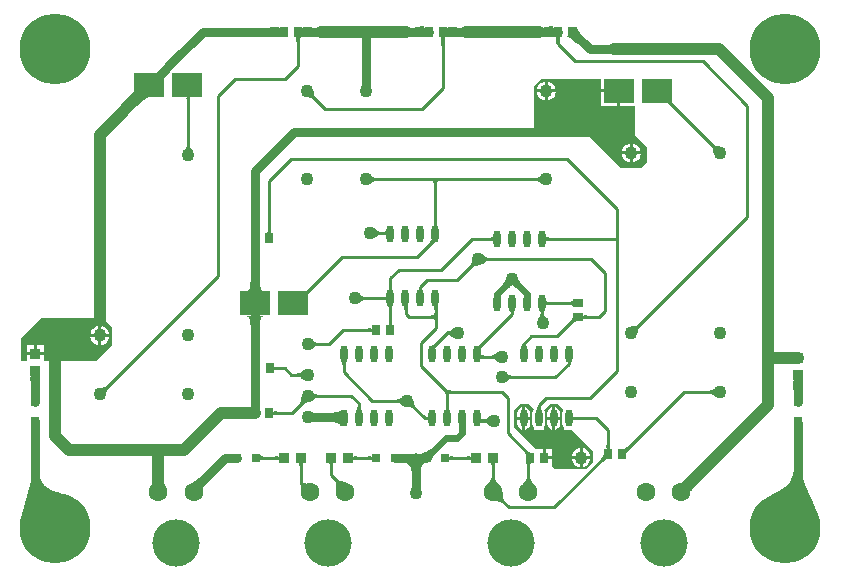
<source format=gtl>
G04*
G04 #@! TF.GenerationSoftware,Altium Limited,Altium Designer,18.1.9 (240)*
G04*
G04 Layer_Physical_Order=1*
G04 Layer_Color=255*
%FSLAX25Y25*%
%MOIN*%
G70*
G01*
G75*
%ADD10C,0.02362*%
%ADD13C,0.01000*%
%ADD18R,0.03150X0.03543*%
%ADD19O,0.02362X0.05709*%
%ADD20R,0.09843X0.08268*%
%ADD21R,0.03150X0.03740*%
%ADD22R,0.03740X0.03150*%
%ADD23R,0.03543X0.03740*%
%ADD24R,0.03740X0.03543*%
%ADD25R,0.03150X0.03150*%
%ADD26R,0.03150X0.03150*%
%ADD40C,0.03150*%
%ADD41C,0.03937*%
%ADD42C,0.04331*%
%ADD43C,0.23622*%
%ADD44C,0.06299*%
%ADD45C,0.15748*%
G36*
X279854Y260977D02*
X279823Y261030D01*
X279729Y261079D01*
X279571Y261121D01*
X279351Y261158D01*
X279067Y261189D01*
X277839Y261248D01*
X276705Y261260D01*
Y264409D01*
X277303Y264412D01*
X279571Y264548D01*
X279729Y264591D01*
X279823Y264639D01*
X279854Y264693D01*
Y260977D01*
D02*
G37*
G36*
X244724Y264639D02*
X244819Y264591D01*
X244976Y264548D01*
X245197Y264511D01*
X245480Y264480D01*
X246708Y264421D01*
X247842Y264409D01*
Y261260D01*
X247244Y261257D01*
X244976Y261121D01*
X244819Y261079D01*
X244724Y261030D01*
X244693Y260977D01*
Y264693D01*
X244724Y264639D01*
D02*
G37*
G36*
X236843Y260977D02*
X236811Y261030D01*
X236717Y261079D01*
X236559Y261121D01*
X236339Y261158D01*
X236055Y261189D01*
X234827Y261248D01*
X233693Y261260D01*
Y264409D01*
X234292Y264412D01*
X236559Y264548D01*
X236717Y264591D01*
X236811Y264639D01*
X236843Y264693D01*
Y260977D01*
D02*
G37*
G36*
X196476Y264599D02*
X196571Y264551D01*
X196728Y264509D01*
X196949Y264472D01*
X197232Y264441D01*
X198460Y264381D01*
X199594Y264370D01*
Y261221D01*
X198996Y261218D01*
X196728Y261082D01*
X196571Y261039D01*
X196476Y260991D01*
X196445Y260937D01*
Y264653D01*
X196476Y264599D01*
D02*
G37*
G36*
X188595Y260937D02*
X188563Y260991D01*
X188469Y261039D01*
X188311Y261082D01*
X188091Y261119D01*
X187807Y261150D01*
X186579Y261209D01*
X185445Y261221D01*
Y264370D01*
X186044Y264373D01*
X188311Y264509D01*
X188469Y264551D01*
X188563Y264599D01*
X188595Y264653D01*
Y260937D01*
D02*
G37*
G36*
X287727Y264444D02*
X287794Y264174D01*
X287905Y263883D01*
X288061Y263572D01*
X288261Y263241D01*
X288506Y262888D01*
X288796Y262515D01*
X289509Y261707D01*
X289932Y261272D01*
X288000Y258750D01*
X287565Y259173D01*
X286384Y260175D01*
X286031Y260420D01*
X285699Y260620D01*
X285388Y260776D01*
X285098Y260888D01*
X284828Y260954D01*
X284579Y260977D01*
X287704Y264693D01*
X287727Y264444D01*
D02*
G37*
G36*
X282466Y261620D02*
X282351Y261420D01*
X282249Y261189D01*
X282182Y260989D01*
X282417D01*
X282322Y260979D01*
X282237Y260948D01*
X282162Y260897D01*
X282151Y260885D01*
X282087Y260631D01*
X282026Y260305D01*
X281978Y259947D01*
X281924Y259136D01*
X281917Y258683D01*
X280917D01*
X280911Y259136D01*
X280809Y260305D01*
X280748Y260631D01*
X280684Y260885D01*
X280672Y260897D01*
X280597Y260948D01*
X280512Y260979D01*
X280417Y260989D01*
X280652D01*
X280586Y261189D01*
X280484Y261420D01*
X280369Y261620D01*
X280240Y261789D01*
X282594D01*
X282466Y261620D01*
D02*
G37*
G36*
X244127Y261576D02*
X244023Y261384D01*
X243931Y261146D01*
X243887Y260989D01*
X244130D01*
X244035Y260979D01*
X243950Y260948D01*
X243875Y260897D01*
X243855Y260876D01*
X243851Y260862D01*
X243783Y260532D01*
X243728Y260156D01*
X243654Y259266D01*
X243630Y258192D01*
X242630D01*
X242624Y258752D01*
X242532Y260156D01*
X242476Y260532D01*
X242409Y260862D01*
X242405Y260876D01*
X242385Y260897D01*
X242310Y260948D01*
X242225Y260979D01*
X242130Y260989D01*
X242373D01*
X242329Y261146D01*
X242237Y261384D01*
X242132Y261576D01*
X242016Y261722D01*
X244244D01*
X244127Y261576D01*
D02*
G37*
G36*
X195879Y261536D02*
X195775Y261344D01*
X195683Y261106D01*
X195639Y260949D01*
X195882D01*
X195787Y260939D01*
X195702Y260909D01*
X195627Y260858D01*
X195607Y260836D01*
X195603Y260822D01*
X195536Y260492D01*
X195480Y260116D01*
X195406Y259226D01*
X195382Y258152D01*
X194382D01*
X194376Y258712D01*
X194284Y260116D01*
X194228Y260492D01*
X194161Y260822D01*
X194157Y260836D01*
X194137Y260858D01*
X194062Y260909D01*
X193977Y260939D01*
X193882Y260949D01*
X194125D01*
X194081Y261106D01*
X193989Y261344D01*
X193884Y261536D01*
X193768Y261682D01*
X195996D01*
X195879Y261536D01*
D02*
G37*
G36*
X146721Y240772D02*
X146381Y240958D01*
X145992Y241041D01*
X145556Y241020D01*
X145071Y240896D01*
X144538Y240668D01*
X143958Y240336D01*
X143329Y239902D01*
X142652Y239363D01*
X141927Y238721D01*
X141154Y237976D01*
X137582Y239973D01*
X138399Y240816D01*
X139673Y242313D01*
X140131Y242965D01*
X140471Y243554D01*
X140691Y244079D01*
X140791Y244540D01*
X140773Y244937D01*
X140635Y245271D01*
X140378Y245540D01*
X146721Y240772D01*
D02*
G37*
G36*
X200003Y242812D02*
X200048Y242308D01*
X200089Y242081D01*
X200142Y241869D01*
X200208Y241674D01*
X200286Y241495D01*
X200377Y241332D01*
X200481Y241186D01*
X200597Y241055D01*
X199890Y240348D01*
X199759Y240464D01*
X199613Y240568D01*
X199450Y240659D01*
X199271Y240737D01*
X199076Y240803D01*
X198864Y240856D01*
X198637Y240897D01*
X198393Y240926D01*
X198133Y240942D01*
X197856Y240945D01*
X200000Y243089D01*
X200003Y242812D01*
D02*
G37*
G36*
X159173Y240762D02*
X159088Y240732D01*
X159013Y240681D01*
X158948Y240610D01*
X158893Y240519D01*
X158848Y240408D01*
X158813Y240276D01*
X158788Y240124D01*
X158773Y239952D01*
X158768Y239760D01*
X157768D01*
X157763Y239952D01*
X157748Y240124D01*
X157723Y240276D01*
X157688Y240408D01*
X157643Y240519D01*
X157588Y240610D01*
X157523Y240681D01*
X157448Y240732D01*
X157363Y240762D01*
X157268Y240772D01*
X159268D01*
X159173Y240762D01*
D02*
G37*
G36*
X319194Y239950D02*
X319154Y239872D01*
X319145Y239777D01*
X319169Y239663D01*
X319225Y239530D01*
X319313Y239380D01*
X319433Y239211D01*
X319585Y239024D01*
X319987Y238595D01*
X318886Y238281D01*
X318697Y238463D01*
X318351Y238753D01*
X318194Y238861D01*
X318047Y238946D01*
X317911Y239005D01*
X317786Y239041D01*
X317670Y239052D01*
X317566Y239038D01*
X317471Y239000D01*
X319267Y240009D01*
X319194Y239950D01*
D02*
G37*
G36*
X158778Y224886D02*
X158808Y224709D01*
X158859Y224529D01*
X158930Y224347D01*
X159022Y224163D01*
X159133Y223975D01*
X159265Y223785D01*
X159418Y223593D01*
X159590Y223398D01*
X159783Y223200D01*
X156752D01*
X156945Y223398D01*
X157270Y223785D01*
X157402Y223975D01*
X157514Y224163D01*
X157605Y224347D01*
X157676Y224529D01*
X157727Y224709D01*
X157758Y224886D01*
X157768Y225060D01*
X158768D01*
X158778Y224886D01*
D02*
G37*
G36*
X333508Y225087D02*
X333655Y224984D01*
X333818Y224893D01*
X333997Y224814D01*
X334192Y224748D01*
X334403Y224695D01*
X334631Y224654D01*
X334875Y224625D01*
X335135Y224610D01*
X335411Y224606D01*
X333268Y222463D01*
X333264Y222739D01*
X333220Y223243D01*
X333179Y223471D01*
X333126Y223682D01*
X333060Y223877D01*
X332981Y224056D01*
X332891Y224219D01*
X332787Y224365D01*
X332671Y224496D01*
X333378Y225203D01*
X333508Y225087D01*
D02*
G37*
G36*
X295850Y243610D02*
X301772D01*
Y243110D01*
X302272D01*
Y237976D01*
X307087D01*
Y228346D01*
X311024Y224410D01*
Y219488D01*
X309055Y217520D01*
X302165D01*
X291339Y228346D01*
X273622D01*
Y244626D01*
X276043Y247047D01*
X295850D01*
Y243610D01*
D02*
G37*
G36*
X242071Y213083D02*
X241881Y213073D01*
X241711Y213043D01*
X241561Y212993D01*
X241431Y212923D01*
X241321Y212833D01*
X241231Y212723D01*
X241161Y212593D01*
X241111Y212443D01*
X241081Y212273D01*
X241071Y212083D01*
X240071D01*
X240061Y212273D01*
X240031Y212443D01*
X239981Y212593D01*
X239911Y212723D01*
X239821Y212833D01*
X239711Y212923D01*
X239581Y212993D01*
X239431Y213043D01*
X239261Y213073D01*
X239071Y213083D01*
X240571Y214083D01*
X242071Y213083D01*
D02*
G37*
G36*
X276013Y212067D02*
X275815Y212260D01*
X275427Y212585D01*
X275237Y212717D01*
X275050Y212829D01*
X274865Y212920D01*
X274683Y212991D01*
X274504Y213042D01*
X274327Y213072D01*
X274153Y213083D01*
Y214083D01*
X274327Y214093D01*
X274504Y214123D01*
X274683Y214174D01*
X274865Y214245D01*
X275050Y214337D01*
X275237Y214448D01*
X275427Y214580D01*
X275620Y214733D01*
X275815Y214905D01*
X276013Y215098D01*
Y212067D01*
D02*
G37*
G36*
X219264Y214905D02*
X219652Y214580D01*
X219842Y214448D01*
X220029Y214337D01*
X220214Y214245D01*
X220395Y214174D01*
X220575Y214123D01*
X220752Y214093D01*
X220926Y214083D01*
Y213083D01*
X220752Y213072D01*
X220575Y213042D01*
X220395Y212991D01*
X220214Y212920D01*
X220029Y212829D01*
X219842Y212717D01*
X219652Y212585D01*
X219459Y212433D01*
X219264Y212260D01*
X219066Y212067D01*
Y215098D01*
X219264Y214905D01*
D02*
G37*
G36*
X241076Y198830D02*
X241115Y198367D01*
X241149Y198179D01*
X241194Y198019D01*
X241247Y197889D01*
X241311Y197787D01*
X241385Y197715D01*
X241468Y197672D01*
X241561Y197657D01*
X239580D01*
X239674Y197672D01*
X239757Y197715D01*
X239830Y197787D01*
X239894Y197889D01*
X239948Y198019D01*
X239992Y198179D01*
X240027Y198367D01*
X240051Y198584D01*
X240066Y198830D01*
X240071Y199106D01*
X241071D01*
X241076Y198830D01*
D02*
G37*
G36*
X185741Y196465D02*
X185756Y196293D01*
X185781Y196141D01*
X185816Y196010D01*
X185861Y195898D01*
X185916Y195807D01*
X185981Y195736D01*
X186056Y195686D01*
X186141Y195655D01*
X186236Y195645D01*
X184236D01*
X184331Y195655D01*
X184416Y195686D01*
X184491Y195736D01*
X184556Y195807D01*
X184611Y195898D01*
X184656Y196010D01*
X184691Y196141D01*
X184716Y196293D01*
X184731Y196465D01*
X184736Y196657D01*
X185736D01*
X185741Y196465D01*
D02*
G37*
G36*
X224404Y194669D02*
X224394Y194764D01*
X224363Y194849D01*
X224313Y194924D01*
X224242Y194989D01*
X224151Y195044D01*
X224039Y195089D01*
X223908Y195124D01*
X223756Y195149D01*
X223584Y195164D01*
X223392Y195169D01*
Y196169D01*
X223584Y196174D01*
X223756Y196189D01*
X223908Y196214D01*
X224039Y196249D01*
X224151Y196294D01*
X224242Y196349D01*
X224313Y196414D01*
X224363Y196489D01*
X224394Y196574D01*
X224404Y196669D01*
Y194669D01*
D02*
G37*
G36*
X220642Y196992D02*
X221030Y196667D01*
X221219Y196535D01*
X221407Y196423D01*
X221591Y196332D01*
X221773Y196261D01*
X221953Y196210D01*
X222130Y196179D01*
X222304Y196169D01*
Y195169D01*
X222130Y195159D01*
X221953Y195129D01*
X221773Y195078D01*
X221591Y195007D01*
X221407Y194915D01*
X221219Y194804D01*
X221030Y194672D01*
X220837Y194519D01*
X220642Y194346D01*
X220444Y194153D01*
Y197185D01*
X220642Y196992D01*
D02*
G37*
G36*
X277378Y194704D02*
X277409Y194619D01*
X277459Y194544D01*
X277530Y194479D01*
X277621Y194424D01*
X277732Y194379D01*
X277864Y194344D01*
X278016Y194319D01*
X278188Y194304D01*
X278380Y194299D01*
Y193299D01*
X278188Y193294D01*
X278016Y193279D01*
X277864Y193254D01*
X277732Y193219D01*
X277621Y193174D01*
X277530Y193119D01*
X277459Y193054D01*
X277409Y192979D01*
X277378Y192894D01*
X277368Y192799D01*
Y194799D01*
X277378Y194704D01*
D02*
G37*
G36*
X260034Y192799D02*
X260023Y192894D01*
X259993Y192979D01*
X259943Y193054D01*
X259872Y193119D01*
X259781Y193174D01*
X259669Y193219D01*
X259538Y193254D01*
X259386Y193279D01*
X259214Y193294D01*
X259022Y193299D01*
Y194299D01*
X259214Y194304D01*
X259386Y194319D01*
X259538Y194344D01*
X259669Y194379D01*
X259781Y194424D01*
X259872Y194479D01*
X259943Y194544D01*
X259993Y194619D01*
X260023Y194704D01*
X260034Y194799D01*
Y192799D01*
D02*
G37*
G36*
X240727Y192554D02*
X240654Y192614D01*
X240569Y192646D01*
X240470Y192651D01*
X240357Y192629D01*
X240231Y192579D01*
X240092Y192502D01*
X239939Y192398D01*
X239772Y192266D01*
X239593Y192107D01*
X239399Y191921D01*
X238733Y192668D01*
X238919Y192862D01*
X239213Y193211D01*
X239320Y193366D01*
X239400Y193509D01*
X239454Y193640D01*
X239481Y193757D01*
X239482Y193862D01*
X239456Y193955D01*
X239404Y194034D01*
X240727Y192554D01*
D02*
G37*
G36*
X256665Y188331D02*
X257053Y188006D01*
X257243Y187873D01*
X257430Y187762D01*
X257615Y187670D01*
X257797Y187599D01*
X257976Y187548D01*
X258153Y187518D01*
X258327Y187508D01*
Y186508D01*
X258153Y186498D01*
X257976Y186467D01*
X257797Y186416D01*
X257615Y186345D01*
X257430Y186254D01*
X257243Y186142D01*
X257053Y186010D01*
X256861Y185858D01*
X256665Y185685D01*
X256468Y185492D01*
Y188524D01*
X256665Y188331D01*
D02*
G37*
G36*
X254900Y184843D02*
X254623Y184839D01*
X254119Y184795D01*
X253892Y184754D01*
X253680Y184701D01*
X253485Y184635D01*
X253306Y184556D01*
X253143Y184465D01*
X252997Y184362D01*
X252866Y184246D01*
X252159Y184953D01*
X252275Y185083D01*
X252379Y185230D01*
X252470Y185393D01*
X252548Y185572D01*
X252614Y185767D01*
X252667Y185978D01*
X252708Y186206D01*
X252737Y186450D01*
X252753Y186710D01*
X252756Y186986D01*
X254900Y184843D01*
D02*
G37*
G36*
X268374Y180195D02*
X268399Y180090D01*
X268443Y179975D01*
X268503Y179853D01*
X268582Y179723D01*
X268678Y179584D01*
X268791Y179437D01*
X269071Y179119D01*
X269238Y178948D01*
X267568Y177278D01*
X267396Y177444D01*
X266932Y177838D01*
X266793Y177934D01*
X266663Y178013D01*
X266540Y178073D01*
X266426Y178116D01*
X266320Y178142D01*
X266222Y178150D01*
X268366Y180293D01*
X268374Y180195D01*
D02*
G37*
G36*
X266179Y178150D02*
X266081Y178142D01*
X265975Y178116D01*
X265861Y178073D01*
X265739Y178013D01*
X265609Y177934D01*
X265470Y177838D01*
X265323Y177725D01*
X265005Y177444D01*
X264834Y177278D01*
X263164Y178948D01*
X263330Y179119D01*
X263724Y179584D01*
X263820Y179723D01*
X263898Y179853D01*
X263959Y179975D01*
X264002Y180090D01*
X264028Y180195D01*
X264036Y180293D01*
X266179Y178150D01*
D02*
G37*
G36*
X182102Y178915D02*
X182150Y178377D01*
X182228Y177903D01*
X182339Y177492D01*
X182480Y177144D01*
X182653Y176860D01*
X182858Y176638D01*
X183095Y176480D01*
X183362Y176386D01*
X183661Y176354D01*
X177362D01*
X177661Y176386D01*
X177929Y176480D01*
X178165Y176638D01*
X178370Y176860D01*
X178543Y177144D01*
X178685Y177492D01*
X178795Y177903D01*
X178874Y178377D01*
X178921Y178915D01*
X178937Y179516D01*
X182087D01*
X182102Y178915D01*
D02*
G37*
G36*
X236075Y177392D02*
X236108Y176959D01*
X236138Y176783D01*
X236175Y176634D01*
X236221Y176512D01*
X236276Y176417D01*
X236338Y176350D01*
X236409Y176309D01*
X236489Y176295D01*
X234653D01*
X234733Y176309D01*
X234804Y176350D01*
X234866Y176417D01*
X234921Y176512D01*
X234966Y176634D01*
X235004Y176783D01*
X235033Y176959D01*
X235054Y177162D01*
X235071Y177649D01*
X236071D01*
X236075Y177392D01*
D02*
G37*
G36*
X198727Y176169D02*
X198536Y175972D01*
X198234Y175614D01*
X198123Y175454D01*
X198038Y175307D01*
X197979Y175171D01*
X197947Y175049D01*
X197941Y174938D01*
X197961Y174840D01*
X198008Y174755D01*
X196802Y176354D01*
X196870Y176290D01*
X196954Y176256D01*
X197055Y176252D01*
X197172Y176279D01*
X197305Y176336D01*
X197455Y176423D01*
X197621Y176540D01*
X197803Y176687D01*
X198216Y177073D01*
X198727Y176169D01*
D02*
G37*
G36*
X226076Y177374D02*
X226115Y176910D01*
X226149Y176722D01*
X226193Y176563D01*
X226247Y176432D01*
X226311Y176331D01*
X226385Y176258D01*
X226468Y176215D01*
X226561Y176200D01*
X224580D01*
X224674Y176215D01*
X224757Y176258D01*
X224831Y176331D01*
X224894Y176432D01*
X224948Y176563D01*
X224992Y176722D01*
X225027Y176910D01*
X225051Y177127D01*
X225066Y177374D01*
X225071Y177649D01*
X226071D01*
X226076Y177374D01*
D02*
G37*
G36*
X224404Y172917D02*
X224394Y173012D01*
X224363Y173097D01*
X224313Y173172D01*
X224242Y173237D01*
X224151Y173292D01*
X224039Y173337D01*
X223908Y173372D01*
X223756Y173397D01*
X223584Y173412D01*
X223392Y173417D01*
Y174417D01*
X223584Y174422D01*
X223756Y174437D01*
X223908Y174462D01*
X224039Y174497D01*
X224151Y174542D01*
X224242Y174597D01*
X224313Y174662D01*
X224363Y174737D01*
X224394Y174822D01*
X224404Y174917D01*
Y172917D01*
D02*
G37*
G36*
X215524Y175240D02*
X215911Y174915D01*
X216101Y174783D01*
X216289Y174671D01*
X216473Y174580D01*
X216655Y174509D01*
X216835Y174458D01*
X217011Y174427D01*
X217186Y174417D01*
Y173417D01*
X217011Y173407D01*
X216835Y173377D01*
X216655Y173326D01*
X216473Y173255D01*
X216289Y173163D01*
X216101Y173052D01*
X215911Y172920D01*
X215719Y172767D01*
X215524Y172595D01*
X215326Y172402D01*
Y175433D01*
X215524Y175240D01*
D02*
G37*
G36*
X286343Y171343D02*
X286333Y171438D01*
X286302Y171522D01*
X286252Y171598D01*
X286181Y171662D01*
X286090Y171718D01*
X285979Y171763D01*
X285847Y171798D01*
X285695Y171823D01*
X285523Y171837D01*
X285331Y171843D01*
Y172843D01*
X285523Y172847D01*
X285695Y172863D01*
X285847Y172888D01*
X285979Y172923D01*
X286090Y172968D01*
X286181Y173022D01*
X286252Y173088D01*
X286302Y173162D01*
X286333Y173248D01*
X286343Y173343D01*
Y171343D01*
D02*
G37*
G36*
X277378Y173248D02*
X277409Y173162D01*
X277459Y173088D01*
X277530Y173022D01*
X277621Y172968D01*
X277732Y172923D01*
X277864Y172888D01*
X278016Y172863D01*
X278188Y172847D01*
X278380Y172843D01*
Y171843D01*
X278188Y171837D01*
X278016Y171823D01*
X277864Y171798D01*
X277732Y171763D01*
X277621Y171718D01*
X277530Y171662D01*
X277459Y171598D01*
X277409Y171522D01*
X277378Y171438D01*
X277368Y171343D01*
Y173343D01*
X277378Y173248D01*
D02*
G37*
G36*
X226468Y171620D02*
X226385Y171576D01*
X226311Y171504D01*
X226247Y171402D01*
X226193Y171272D01*
X226149Y171113D01*
X226115Y170924D01*
X226091Y170707D01*
X226076Y170461D01*
X226071Y170186D01*
X225071D01*
X225066Y170461D01*
X225027Y170924D01*
X224992Y171113D01*
X224948Y171272D01*
X224894Y171402D01*
X224831Y171504D01*
X224757Y171576D01*
X224674Y171620D01*
X224580Y171634D01*
X226561D01*
X226468Y171620D01*
D02*
G37*
G36*
X241530Y171565D02*
X241475Y171465D01*
X241427Y171355D01*
X241385Y171236D01*
X241349Y171106D01*
X241320Y170966D01*
X241297Y170816D01*
X241271Y170485D01*
X241268Y170305D01*
X240268Y170105D01*
X240263Y170363D01*
X240223Y170793D01*
X240189Y170965D01*
X240144Y171108D01*
X240090Y171223D01*
X240026Y171309D01*
X239952Y171367D01*
X239869Y171396D01*
X239775Y171396D01*
X241592Y171654D01*
X241530Y171565D01*
D02*
G37*
G36*
X231530D02*
X231475Y171465D01*
X231427Y171355D01*
X231384Y171236D01*
X231349Y171106D01*
X231320Y170966D01*
X231297Y170816D01*
X231271Y170485D01*
X231268Y170305D01*
X230268Y170105D01*
X230263Y170363D01*
X230223Y170793D01*
X230189Y170965D01*
X230145Y171108D01*
X230090Y171223D01*
X230026Y171309D01*
X229952Y171367D01*
X229869Y171396D01*
X229775Y171396D01*
X231592Y171654D01*
X231530Y171565D01*
D02*
G37*
G36*
X267039Y169951D02*
X266968Y169910D01*
X266905Y169843D01*
X266851Y169748D01*
X266805Y169626D01*
X266768Y169477D01*
X266738Y169301D01*
X266718Y169098D01*
X266701Y168611D01*
X265701D01*
X265697Y168868D01*
X265663Y169301D01*
X265634Y169477D01*
X265596Y169626D01*
X265550Y169748D01*
X265496Y169843D01*
X265434Y169910D01*
X265363Y169951D01*
X265283Y169964D01*
X267118D01*
X267039Y169951D01*
D02*
G37*
G36*
X277098Y170045D02*
X277015Y170001D01*
X276941Y169929D01*
X276877Y169828D01*
X276823Y169697D01*
X276779Y169538D01*
X276745Y169350D01*
X276720Y169132D01*
X276713Y169003D01*
X276743Y168832D01*
X276796Y168654D01*
X276871Y168476D01*
X276966Y168298D01*
X277083Y168121D01*
X277221Y167944D01*
X277380Y167766D01*
X277560Y167590D01*
X277762Y167413D01*
X274741Y167165D01*
X274923Y167384D01*
X275230Y167806D01*
X275355Y168008D01*
X275461Y168204D01*
X275547Y168395D01*
X275614Y168581D01*
X275662Y168761D01*
X275691Y168935D01*
X275691Y168939D01*
X275657Y169350D01*
X275622Y169538D01*
X275578Y169697D01*
X275524Y169828D01*
X275460Y169929D01*
X275387Y170001D01*
X275304Y170045D01*
X275210Y170059D01*
X277191D01*
X277098Y170045D01*
D02*
G37*
G36*
X290045Y168622D02*
X290075Y168536D01*
X290126Y168462D01*
X290197Y168396D01*
X290288Y168342D01*
X290399Y168297D01*
X290531Y168262D01*
X290683Y168236D01*
X290855Y168221D01*
X291047Y168217D01*
Y167217D01*
X290855Y167211D01*
X290683Y167197D01*
X290531Y167172D01*
X290399Y167137D01*
X290288Y167092D01*
X290197Y167036D01*
X290126Y166972D01*
X290075Y166896D01*
X290045Y166812D01*
X290035Y166717D01*
Y168717D01*
X290045Y168622D01*
D02*
G37*
G36*
X241268Y167717D02*
X240268Y166217D01*
X240258Y166407D01*
X240228Y166577D01*
X240178Y166727D01*
X240108Y166857D01*
X240018Y166966D01*
X239908Y167057D01*
X239778Y167127D01*
X239628Y167176D01*
X239458Y167207D01*
X239268Y167217D01*
Y168217D01*
X239458Y168227D01*
X239628Y168256D01*
X239778Y168307D01*
X239908Y168377D01*
X240018Y168466D01*
X240108Y168577D01*
X240178Y168707D01*
X240228Y168857D01*
X240258Y169027D01*
X240268Y169217D01*
X241268Y167717D01*
D02*
G37*
G36*
X287470Y166166D02*
X287405Y166233D01*
X287324Y166270D01*
X287225Y166276D01*
X287109Y166250D01*
X286976Y166194D01*
X286826Y166106D01*
X286659Y165988D01*
X286475Y165839D01*
X286055Y165447D01*
X285624Y166429D01*
X285811Y166623D01*
X286108Y166976D01*
X286218Y167135D01*
X286303Y167282D01*
X286362Y167418D01*
X286396Y167542D01*
X286403Y167654D01*
X286386Y167754D01*
X286343Y167843D01*
X287470Y166166D01*
D02*
G37*
G36*
X226076Y166052D02*
X226091Y165880D01*
X226116Y165728D01*
X226151Y165596D01*
X226196Y165485D01*
X226251Y165394D01*
X226316Y165323D01*
X226391Y165272D01*
X226476Y165242D01*
X226571Y165232D01*
X224571D01*
X224666Y165242D01*
X224751Y165272D01*
X224826Y165323D01*
X224891Y165394D01*
X224946Y165485D01*
X224991Y165596D01*
X225026Y165728D01*
X225051Y165880D01*
X225066Y166052D01*
X225071Y166244D01*
X226071D01*
X226076Y166052D01*
D02*
G37*
G36*
X183362Y168103D02*
X183095Y168008D01*
X182858Y167850D01*
X182653Y167628D01*
X182480Y167344D01*
X182339Y166996D01*
X182228Y166585D01*
X182150Y166111D01*
X182102Y165573D01*
X182087Y164973D01*
X178937D01*
X178921Y165573D01*
X178874Y166111D01*
X178795Y166585D01*
X178685Y166996D01*
X178543Y167344D01*
X178370Y167628D01*
X178165Y167850D01*
X177929Y168008D01*
X177661Y168103D01*
X177362Y168134D01*
X183661D01*
X183362Y168103D01*
D02*
G37*
G36*
X308667Y164456D02*
X308552Y164326D01*
X308448Y164180D01*
X308357Y164017D01*
X308279Y163838D01*
X308213Y163643D01*
X308159Y163431D01*
X308119Y163204D01*
X308090Y162960D01*
X308074Y162700D01*
X308071Y162423D01*
X305927Y164567D01*
X306204Y164570D01*
X306708Y164615D01*
X306935Y164655D01*
X307147Y164709D01*
X307342Y164775D01*
X307521Y164853D01*
X307684Y164944D01*
X307830Y165048D01*
X307960Y165164D01*
X308667Y164456D01*
D02*
G37*
G36*
X219296Y162386D02*
X219285Y162481D01*
X219255Y162566D01*
X219205Y162641D01*
X219134Y162706D01*
X219043Y162761D01*
X218931Y162806D01*
X218800Y162841D01*
X218648Y162866D01*
X218476Y162881D01*
X218284Y162886D01*
Y163886D01*
X218476Y163891D01*
X218648Y163906D01*
X218800Y163931D01*
X218931Y163966D01*
X219043Y164011D01*
X219134Y164066D01*
X219205Y164131D01*
X219255Y164206D01*
X219285Y164291D01*
X219296Y164386D01*
Y162386D01*
D02*
G37*
G36*
X246485Y160886D02*
X246287Y161079D01*
X245900Y161404D01*
X245710Y161536D01*
X245522Y161648D01*
X245338Y161739D01*
X245156Y161810D01*
X244976Y161861D01*
X244800Y161891D01*
X244625Y161902D01*
Y162902D01*
X244800Y162912D01*
X244976Y162942D01*
X245156Y162993D01*
X245338Y163064D01*
X245522Y163155D01*
X245710Y163267D01*
X245900Y163399D01*
X246092Y163552D01*
X246287Y163724D01*
X246485Y163917D01*
Y160886D01*
D02*
G37*
G36*
X256399Y158054D02*
X256214Y157862D01*
X255922Y157514D01*
X255814Y157358D01*
X255733Y157214D01*
X255677Y157082D01*
X255648Y156962D01*
X255644Y156854D01*
X255666Y156758D01*
X255714Y156674D01*
X254482Y158245D01*
X254550Y158181D01*
X254631Y158145D01*
X254727Y158136D01*
X254835Y158154D01*
X254958Y158200D01*
X255094Y158274D01*
X255243Y158375D01*
X255407Y158504D01*
X255584Y158660D01*
X255774Y158844D01*
X256399Y158054D01*
D02*
G37*
G36*
X270560Y158699D02*
X270592Y158170D01*
X270603Y158133D01*
X270614Y158111D01*
X270627Y158104D01*
X269491D01*
X269504Y158111D01*
X269515Y158133D01*
X269526Y158170D01*
X269534Y158221D01*
X269542Y158287D01*
X269556Y158574D01*
X269559Y158839D01*
X270559D01*
X270560Y158699D01*
D02*
G37*
G36*
X241258Y158406D02*
X241081Y158221D01*
X240807Y157892D01*
X240711Y157747D01*
X240642Y157615D01*
X240601Y157497D01*
X240586Y157392D01*
X240599Y157300D01*
X240638Y157221D01*
X240705Y157156D01*
X239242Y158226D01*
X239341Y158244D01*
X239444Y158275D01*
X239550Y158318D01*
X239660Y158373D01*
X239773Y158440D01*
X239890Y158519D01*
X240010Y158610D01*
X240262Y158828D01*
X240393Y158955D01*
X241258Y158406D01*
D02*
G37*
G36*
X199776Y159984D02*
X200163Y159659D01*
X200353Y159527D01*
X200541Y159415D01*
X200725Y159324D01*
X200907Y159253D01*
X201087Y159202D01*
X201263Y159172D01*
X201438Y159161D01*
Y158161D01*
X201263Y158151D01*
X201087Y158121D01*
X200907Y158070D01*
X200725Y157999D01*
X200541Y157907D01*
X200353Y157796D01*
X200163Y157664D01*
X199971Y157511D01*
X199776Y157339D01*
X199578Y157146D01*
Y160177D01*
X199776Y159984D01*
D02*
G37*
G36*
X255723Y155433D02*
X255753Y155348D01*
X255803Y155273D01*
X255873Y155208D01*
X255964Y155153D01*
X256075Y155108D01*
X256207Y155073D01*
X256360Y155048D01*
X256533Y155033D01*
X256726Y155028D01*
Y154028D01*
X256530Y154023D01*
X256354Y154008D01*
X256199Y153983D01*
X256064Y153948D01*
X255950Y153903D01*
X255856Y153848D01*
X255783Y153783D01*
X255730Y153709D01*
X255698Y153624D01*
X255686Y153529D01*
X255714Y155528D01*
X255723Y155433D01*
D02*
G37*
G36*
X261249Y153012D02*
X261051Y153205D01*
X260663Y153530D01*
X260473Y153662D01*
X260286Y153774D01*
X260102Y153865D01*
X259920Y153936D01*
X259740Y153987D01*
X259563Y154017D01*
X259389Y154028D01*
Y155028D01*
X259563Y155038D01*
X259740Y155068D01*
X259920Y155119D01*
X260102Y155190D01*
X260286Y155281D01*
X260473Y155393D01*
X260663Y155525D01*
X260856Y155678D01*
X261051Y155850D01*
X261249Y156043D01*
Y153012D01*
D02*
G37*
G36*
X132874Y164370D02*
Y158465D01*
X127405Y152996D01*
X110055D01*
Y154913D01*
X107283D01*
X104512D01*
Y152996D01*
X102362D01*
Y160433D01*
X109252Y167323D01*
X129921Y167323D01*
X132874Y164370D01*
D02*
G37*
G36*
X210917Y153116D02*
X210834Y153072D01*
X210760Y153000D01*
X210696Y152899D01*
X210642Y152768D01*
X210598Y152609D01*
X210564Y152420D01*
X210539Y152203D01*
X210525Y151957D01*
X210520Y151682D01*
X209520D01*
X209515Y151957D01*
X209476Y152420D01*
X209441Y152609D01*
X209397Y152768D01*
X209343Y152899D01*
X209279Y153000D01*
X209206Y153072D01*
X209122Y153116D01*
X209029Y153130D01*
X211010D01*
X210917Y153116D01*
D02*
G37*
G36*
X187006Y151496D02*
X187036Y151410D01*
X187086Y151336D01*
X187156Y151271D01*
X187246Y151216D01*
X187356Y151171D01*
X187486Y151136D01*
X187636Y151110D01*
X187806Y151096D01*
X187996Y151091D01*
Y150091D01*
X187806Y150085D01*
X187636Y150071D01*
X187486Y150046D01*
X187356Y150011D01*
X187246Y149966D01*
X187156Y149910D01*
X187086Y149846D01*
X187036Y149771D01*
X187006Y149686D01*
X186996Y149591D01*
Y151591D01*
X187006Y151496D01*
D02*
G37*
G36*
X196485Y146909D02*
X196287Y147102D01*
X195900Y147427D01*
X195710Y147559D01*
X195522Y147671D01*
X195338Y147763D01*
X195156Y147834D01*
X194976Y147885D01*
X194800Y147915D01*
X194625Y147925D01*
Y148925D01*
X194800Y148935D01*
X194976Y148966D01*
X195156Y149017D01*
X195338Y149088D01*
X195522Y149179D01*
X195710Y149291D01*
X195900Y149423D01*
X196092Y149575D01*
X196287Y149748D01*
X196485Y149941D01*
Y146909D01*
D02*
G37*
G36*
X264540Y148961D02*
X264927Y148635D01*
X265117Y148503D01*
X265304Y148392D01*
X265489Y148300D01*
X265671Y148229D01*
X265850Y148178D01*
X266027Y148148D01*
X266201Y148138D01*
Y147138D01*
X266027Y147128D01*
X265850Y147097D01*
X265671Y147046D01*
X265489Y146975D01*
X265304Y146884D01*
X265117Y146772D01*
X264927Y146640D01*
X264735Y146488D01*
X264540Y146315D01*
X264342Y146122D01*
Y149153D01*
X264540Y148961D01*
D02*
G37*
G36*
X109008Y147815D02*
X108977Y147721D01*
X108949Y147563D01*
X108925Y147343D01*
X108875Y146303D01*
X108858Y144697D01*
X105709D01*
X105707Y145296D01*
X105559Y147815D01*
X105524Y147847D01*
X109043D01*
X109008Y147815D01*
D02*
G37*
G36*
X363142Y146437D02*
X363110Y146343D01*
X363083Y146185D01*
X363059Y145965D01*
X363009Y144925D01*
X362992Y143319D01*
X359842D01*
X359841Y143918D01*
X359693Y146437D01*
X359658Y146469D01*
X363177D01*
X363142Y146437D01*
D02*
G37*
G36*
X131502Y143984D02*
X131386Y143854D01*
X131283Y143707D01*
X131192Y143544D01*
X131113Y143365D01*
X131047Y143170D01*
X130994Y142959D01*
X130953Y142731D01*
X130925Y142487D01*
X130909Y142227D01*
X130905Y141951D01*
X128762Y144094D01*
X129038Y144098D01*
X129542Y144142D01*
X129770Y144183D01*
X129981Y144237D01*
X130176Y144302D01*
X130355Y144381D01*
X130518Y144472D01*
X130665Y144575D01*
X130795Y144691D01*
X131502Y143984D01*
D02*
G37*
G36*
X244192Y143789D02*
X244342Y143669D01*
X244498Y143563D01*
X244660Y143471D01*
X244828Y143393D01*
X245001Y143330D01*
X245181Y143280D01*
X245366Y143245D01*
X245557Y143224D01*
X245754Y143217D01*
X246047Y142217D01*
X245857Y142207D01*
X245687Y142176D01*
X245537Y142127D01*
X245407Y142057D01*
X245297Y141966D01*
X245207Y141857D01*
X245137Y141727D01*
X245087Y141577D01*
X245057Y141407D01*
X245047Y141217D01*
X244047Y141509D01*
X244040Y141707D01*
X244019Y141898D01*
X243984Y142083D01*
X243934Y142263D01*
X243870Y142436D01*
X243793Y142604D01*
X243701Y142766D01*
X243595Y142922D01*
X243475Y143072D01*
X243340Y143217D01*
X244047Y143924D01*
X244192Y143789D01*
D02*
G37*
G36*
X333887Y141201D02*
X333689Y141394D01*
X333301Y141719D01*
X333111Y141851D01*
X332924Y141963D01*
X332739Y142054D01*
X332557Y142125D01*
X332378Y142176D01*
X332201Y142206D01*
X332027Y142217D01*
Y143217D01*
X332201Y143227D01*
X332378Y143257D01*
X332557Y143308D01*
X332739Y143379D01*
X332924Y143471D01*
X333111Y143582D01*
X333301Y143714D01*
X333494Y143867D01*
X333689Y144039D01*
X333887Y144232D01*
Y141201D01*
D02*
G37*
G36*
X199776Y142661D02*
X200163Y142336D01*
X200353Y142204D01*
X200541Y142093D01*
X200725Y142001D01*
X200907Y141930D01*
X201087Y141879D01*
X201263Y141849D01*
X201438Y141839D01*
Y140839D01*
X201263Y140828D01*
X201087Y140798D01*
X200907Y140747D01*
X200725Y140676D01*
X200541Y140585D01*
X200353Y140473D01*
X200163Y140341D01*
X199971Y140189D01*
X199776Y140016D01*
X199578Y139823D01*
Y142854D01*
X199776Y142661D01*
D02*
G37*
G36*
X198223Y139182D02*
X197938Y139151D01*
X197421Y139063D01*
X197189Y139005D01*
X196975Y138938D01*
X196779Y138863D01*
X196600Y138778D01*
X196440Y138684D01*
X196297Y138582D01*
X196171Y138470D01*
X195392Y139105D01*
X195512Y139239D01*
X195615Y139388D01*
X195703Y139552D01*
X195775Y139730D01*
X195832Y139922D01*
X195872Y140129D01*
X195898Y140351D01*
X195907Y140588D01*
X195901Y140838D01*
X195879Y141104D01*
X198223Y139182D01*
D02*
G37*
G36*
X229753Y138291D02*
X229555Y138484D01*
X229167Y138809D01*
X228977Y138941D01*
X228790Y139053D01*
X228606Y139144D01*
X228423Y139215D01*
X228244Y139266D01*
X228067Y139297D01*
X227893Y139307D01*
Y140307D01*
X228067Y140317D01*
X228244Y140348D01*
X228423Y140398D01*
X228606Y140469D01*
X228790Y140561D01*
X228977Y140673D01*
X229167Y140805D01*
X229360Y140957D01*
X229555Y141130D01*
X229753Y141323D01*
Y138291D01*
D02*
G37*
G36*
X233468Y139509D02*
X233512Y139005D01*
X233553Y138777D01*
X233607Y138566D01*
X233672Y138371D01*
X233751Y138191D01*
X233842Y138029D01*
X233945Y137882D01*
X234061Y137752D01*
X233354Y137045D01*
X233224Y137161D01*
X233077Y137264D01*
X232914Y137355D01*
X232735Y137434D01*
X232540Y137499D01*
X232329Y137553D01*
X232101Y137594D01*
X231857Y137622D01*
X231597Y137638D01*
X231321Y137642D01*
X233465Y139785D01*
X233468Y139509D01*
D02*
G37*
G36*
X275564Y137413D02*
X275603Y136950D01*
X275638Y136761D01*
X275682Y136602D01*
X275736Y136472D01*
X275799Y136370D01*
X275873Y136298D01*
X275956Y136254D01*
X276049Y136240D01*
X274069D01*
X274162Y136254D01*
X274245Y136298D01*
X274319Y136370D01*
X274382Y136472D01*
X274436Y136602D01*
X274481Y136761D01*
X274515Y136950D01*
X274539Y137167D01*
X274554Y137413D01*
X274559Y137688D01*
X275559D01*
X275564Y137413D01*
D02*
G37*
G36*
X245052D02*
X245091Y136950D01*
X245126Y136761D01*
X245170Y136602D01*
X245224Y136472D01*
X245288Y136370D01*
X245361Y136298D01*
X245444Y136254D01*
X245538Y136240D01*
X243557D01*
X243650Y136254D01*
X243733Y136298D01*
X243807Y136370D01*
X243871Y136472D01*
X243925Y136602D01*
X243969Y136761D01*
X244003Y136950D01*
X244028Y137167D01*
X244042Y137413D01*
X244047Y137688D01*
X245047D01*
X245052Y137413D01*
D02*
G37*
G36*
X215525D02*
X215564Y136950D01*
X215598Y136761D01*
X215642Y136602D01*
X215696Y136472D01*
X215760Y136370D01*
X215834Y136298D01*
X215917Y136254D01*
X216010Y136240D01*
X214029D01*
X214122Y136254D01*
X214206Y136298D01*
X214279Y136370D01*
X214343Y136472D01*
X214397Y136602D01*
X214441Y136761D01*
X214476Y136950D01*
X214500Y137167D01*
X214515Y137413D01*
X214520Y137688D01*
X215520D01*
X215525Y137413D01*
D02*
G37*
G36*
X186809Y136732D02*
X186839Y136647D01*
X186889Y136572D01*
X186959Y136507D01*
X187049Y136452D01*
X187159Y136407D01*
X187289Y136372D01*
X187439Y136347D01*
X187609Y136332D01*
X187799Y136327D01*
Y135327D01*
X187609Y135322D01*
X187439Y135307D01*
X187289Y135282D01*
X187159Y135247D01*
X187049Y135202D01*
X186959Y135147D01*
X186889Y135082D01*
X186839Y135007D01*
X186809Y134922D01*
X186799Y134827D01*
Y136827D01*
X186809Y136732D01*
D02*
G37*
G36*
X238380Y132957D02*
X238370Y133052D01*
X238340Y133137D01*
X238289Y133212D01*
X238218Y133277D01*
X238127Y133332D01*
X238016Y133377D01*
X237884Y133412D01*
X237732Y133437D01*
X237560Y133452D01*
X237368Y133457D01*
Y134457D01*
X237560Y134462D01*
X237732Y134477D01*
X237884Y134502D01*
X238016Y134537D01*
X238127Y134582D01*
X238218Y134637D01*
X238289Y134702D01*
X238340Y134777D01*
X238370Y134862D01*
X238380Y134957D01*
Y132957D01*
D02*
G37*
G36*
X286236Y134862D02*
X286267Y134777D01*
X286317Y134702D01*
X286388Y134637D01*
X286479Y134582D01*
X286591Y134537D01*
X286722Y134502D01*
X286874Y134477D01*
X287046Y134462D01*
X287238Y134457D01*
Y133457D01*
X287046Y133452D01*
X286874Y133437D01*
X286722Y133412D01*
X286591Y133377D01*
X286479Y133332D01*
X286388Y133277D01*
X286317Y133212D01*
X286267Y133137D01*
X286236Y133052D01*
X286226Y132957D01*
Y134957D01*
X286236Y134862D01*
D02*
G37*
G36*
X255723Y133976D02*
X255753Y133891D01*
X255803Y133816D01*
X255873Y133751D01*
X255964Y133696D01*
X256075Y133651D01*
X256207Y133616D01*
X256360Y133591D01*
X256533Y133576D01*
X256726Y133571D01*
Y132571D01*
X256530Y132566D01*
X256354Y132551D01*
X256199Y132526D01*
X256064Y132491D01*
X255950Y132446D01*
X255856Y132391D01*
X255783Y132327D01*
X255730Y132252D01*
X255698Y132167D01*
X255686Y132072D01*
X255714Y134071D01*
X255723Y133976D01*
D02*
G37*
G36*
X258670Y131555D02*
X258472Y131748D01*
X258085Y132073D01*
X257895Y132205D01*
X257707Y132317D01*
X257523Y132408D01*
X257341Y132480D01*
X257161Y132530D01*
X256985Y132561D01*
X256810Y132571D01*
Y133571D01*
X256985Y133581D01*
X257161Y133612D01*
X257341Y133662D01*
X257523Y133733D01*
X257707Y133825D01*
X257895Y133937D01*
X258085Y134069D01*
X258277Y134221D01*
X258472Y134394D01*
X258670Y134587D01*
Y131555D01*
D02*
G37*
G36*
X209186Y131450D02*
X208981Y131683D01*
X208745Y131892D01*
X208476Y132076D01*
X208174Y132235D01*
X207841Y132370D01*
X207475Y132481D01*
X207078Y132567D01*
X206648Y132628D01*
X206185Y132665D01*
X205691Y132677D01*
X205717Y135827D01*
X206229Y135835D01*
X207159Y135901D01*
X207578Y135959D01*
X208320Y136124D01*
X208645Y136231D01*
X208938Y136354D01*
X209200Y136495D01*
X209430Y136651D01*
X209186Y131450D01*
D02*
G37*
G36*
X298536Y124713D02*
X298552Y124541D01*
X298576Y124389D01*
X298611Y124258D01*
X298657Y124146D01*
X298711Y124055D01*
X298777Y123984D01*
X298851Y123934D01*
X298937Y123903D01*
X299031Y123893D01*
X297031D01*
X297127Y123903D01*
X297212Y123934D01*
X297287Y123984D01*
X297352Y124055D01*
X297407Y124146D01*
X297451Y124258D01*
X297486Y124389D01*
X297512Y124541D01*
X297527Y124713D01*
X297532Y124905D01*
X298532D01*
X298536Y124713D01*
D02*
G37*
G36*
X305026Y123610D02*
X304841Y123418D01*
X304548Y123068D01*
X304439Y122910D01*
X304356Y122763D01*
X304298Y122627D01*
X304265Y122503D01*
X304257Y122389D01*
X304275Y122287D01*
X304319Y122196D01*
X303200Y123905D01*
X303264Y123836D01*
X303346Y123797D01*
X303445Y123790D01*
X303560Y123813D01*
X303693Y123868D01*
X303843Y123955D01*
X304010Y124072D01*
X304194Y124221D01*
X304614Y124612D01*
X305026Y123610D01*
D02*
G37*
G36*
X271264Y123151D02*
X271609Y122861D01*
X271766Y122753D01*
X271913Y122669D01*
X272049Y122609D01*
X272175Y122573D01*
X272290Y122563D01*
X272395Y122576D01*
X272489Y122614D01*
X270693Y121605D01*
X270766Y121664D01*
X270807Y121742D01*
X270815Y121837D01*
X270792Y121951D01*
X270736Y122084D01*
X270648Y122234D01*
X270528Y122403D01*
X270375Y122590D01*
X269974Y123020D01*
X271075Y123333D01*
X271264Y123151D01*
D02*
G37*
G36*
X297588Y120201D02*
X297524Y120270D01*
X297443Y120307D01*
X297345Y120313D01*
X297230Y120288D01*
X297097Y120232D01*
X296947Y120144D01*
X296779Y120026D01*
X296595Y119876D01*
X296173Y119482D01*
X295762Y120484D01*
X295948Y120677D01*
X296244Y121029D01*
X296354Y121188D01*
X296438Y121335D01*
X296497Y121470D01*
X296531Y121595D01*
X296540Y121707D01*
X296523Y121809D01*
X296481Y121899D01*
X297588Y120201D01*
D02*
G37*
G36*
X252189Y119866D02*
X252179Y119961D01*
X252149Y120046D01*
X252098Y120121D01*
X252027Y120186D01*
X251936Y120241D01*
X251825Y120286D01*
X251694Y120321D01*
X251542Y120346D01*
X251370Y120361D01*
X251177Y120366D01*
Y121366D01*
X251370Y121371D01*
X251542Y121386D01*
X251694Y121411D01*
X251825Y121446D01*
X251936Y121491D01*
X252027Y121546D01*
X252098Y121611D01*
X252149Y121686D01*
X252179Y121771D01*
X252189Y121866D01*
Y119866D01*
D02*
G37*
G36*
X245439Y121771D02*
X245469Y121686D01*
X245520Y121611D01*
X245591Y121546D01*
X245682Y121491D01*
X245793Y121446D01*
X245925Y121411D01*
X246076Y121386D01*
X246249Y121371D01*
X246441Y121366D01*
Y120366D01*
X246249Y120361D01*
X246076Y120346D01*
X245925Y120321D01*
X245793Y120286D01*
X245682Y120241D01*
X245591Y120186D01*
X245520Y120121D01*
X245469Y120046D01*
X245439Y119961D01*
X245429Y119866D01*
Y121866D01*
X245439Y121771D01*
D02*
G37*
G36*
X219296Y119866D02*
X219285Y119961D01*
X219255Y120046D01*
X219205Y120121D01*
X219134Y120186D01*
X219043Y120241D01*
X218931Y120286D01*
X218800Y120321D01*
X218648Y120346D01*
X218476Y120361D01*
X218284Y120366D01*
Y121366D01*
X218476Y121371D01*
X218648Y121386D01*
X218800Y121411D01*
X218931Y121446D01*
X219043Y121491D01*
X219134Y121546D01*
X219205Y121611D01*
X219255Y121686D01*
X219285Y121771D01*
X219296Y121866D01*
Y119866D01*
D02*
G37*
G36*
X213470Y121771D02*
X213501Y121686D01*
X213551Y121611D01*
X213622Y121546D01*
X213713Y121491D01*
X213825Y121446D01*
X213956Y121411D01*
X214108Y121386D01*
X214280Y121371D01*
X214472Y121366D01*
Y120366D01*
X214280Y120361D01*
X214108Y120346D01*
X213956Y120321D01*
X213825Y120286D01*
X213713Y120241D01*
X213622Y120186D01*
X213551Y120121D01*
X213501Y120046D01*
X213470Y119961D01*
X213460Y119866D01*
Y121866D01*
X213470Y121771D01*
D02*
G37*
G36*
X188213Y119866D02*
X188203Y119961D01*
X188172Y120046D01*
X188122Y120121D01*
X188051Y120186D01*
X187960Y120241D01*
X187849Y120286D01*
X187717Y120321D01*
X187565Y120346D01*
X187393Y120361D01*
X187201Y120366D01*
Y121366D01*
X187393Y121371D01*
X187565Y121386D01*
X187717Y121411D01*
X187849Y121446D01*
X187960Y121491D01*
X188051Y121546D01*
X188122Y121611D01*
X188172Y121686D01*
X188203Y121771D01*
X188213Y121866D01*
Y119866D01*
D02*
G37*
G36*
X182270Y121771D02*
X182300Y121686D01*
X182351Y121611D01*
X182421Y121546D01*
X182512Y121491D01*
X182624Y121446D01*
X182755Y121411D01*
X182907Y121386D01*
X183079Y121371D01*
X183272Y121366D01*
Y120366D01*
X183079Y120361D01*
X182907Y120346D01*
X182755Y120321D01*
X182624Y120286D01*
X182512Y120241D01*
X182421Y120186D01*
X182351Y120121D01*
X182300Y120046D01*
X182270Y119961D01*
X182260Y119866D01*
Y121866D01*
X182270Y121771D01*
D02*
G37*
G36*
X240812Y122429D02*
X240494Y122097D01*
X239960Y121446D01*
X239743Y121127D01*
X239559Y120812D01*
X239409Y120502D01*
X239292Y120196D01*
X239208Y119894D01*
X239158Y119597D01*
X239142Y119303D01*
X236016Y122429D01*
X236309Y122446D01*
X236607Y122496D01*
X236909Y122579D01*
X237215Y122696D01*
X237525Y122846D01*
X237840Y123030D01*
X238159Y123247D01*
X238482Y123498D01*
X238810Y123782D01*
X239142Y124099D01*
X240812Y122429D01*
D02*
G37*
G36*
X260748Y119108D02*
X260663Y119078D01*
X260588Y119027D01*
X260523Y118957D01*
X260468Y118866D01*
X260422Y118754D01*
X260387Y118623D01*
X260363Y118471D01*
X260348Y118299D01*
X260343Y118106D01*
X259343D01*
X259337Y118299D01*
X259323Y118471D01*
X259297Y118623D01*
X259262Y118754D01*
X259218Y118866D01*
X259162Y118957D01*
X259098Y119027D01*
X259022Y119078D01*
X258938Y119108D01*
X258842Y119118D01*
X260842D01*
X260748Y119108D01*
D02*
G37*
G36*
X206810D02*
X206726Y119078D01*
X206650Y119027D01*
X206586Y118957D01*
X206530Y118866D01*
X206486Y118754D01*
X206451Y118623D01*
X206425Y118471D01*
X206411Y118299D01*
X206405Y118106D01*
X205405D01*
X205400Y118299D01*
X205385Y118471D01*
X205361Y118623D01*
X205326Y118754D01*
X205280Y118866D01*
X205225Y118957D01*
X205160Y119027D01*
X205085Y119078D01*
X205000Y119108D01*
X204906Y119118D01*
X206906D01*
X206810Y119108D01*
D02*
G37*
G36*
X272558Y119108D02*
X272474Y119077D01*
X272398Y119026D01*
X272334Y118955D01*
X272278Y118864D01*
X272234Y118753D01*
X272199Y118621D01*
X272174Y118470D01*
X272159Y118298D01*
X272153Y118106D01*
X271153D01*
X271149Y118297D01*
X271135Y118466D01*
X271111Y118616D01*
X271078Y118746D01*
X271036Y118857D01*
X270984Y118947D01*
X270922Y119017D01*
X270851Y119067D01*
X270771Y119097D01*
X270681Y119106D01*
X272654Y119118D01*
X272558Y119108D01*
D02*
G37*
G36*
X196673Y119108D02*
X196588Y119078D01*
X196513Y119027D01*
X196448Y118957D01*
X196393Y118866D01*
X196348Y118754D01*
X196313Y118623D01*
X196288Y118471D01*
X196273Y118299D01*
X196268Y118106D01*
X195268D01*
X195263Y118299D01*
X195248Y118471D01*
X195223Y118623D01*
X195188Y118754D01*
X195143Y118866D01*
X195088Y118957D01*
X195023Y119027D01*
X194948Y119078D01*
X194863Y119108D01*
X194768Y119118D01*
X196768D01*
X196673Y119108D01*
D02*
G37*
G36*
X273388Y137055D02*
X273005Y136481D01*
X272835Y135630D01*
Y132283D01*
X273005Y131432D01*
X273487Y130711D01*
X273622Y130621D01*
Y130118D01*
X274765D01*
X275059Y130060D01*
X275353Y130118D01*
X276969D01*
Y131215D01*
X277114Y131432D01*
X277283Y132283D01*
Y135630D01*
X277114Y136481D01*
X276971Y136695D01*
X279055Y138779D01*
X281496Y138779D01*
X283321Y136955D01*
X283004Y136481D01*
X282835Y135630D01*
Y132283D01*
X283004Y131432D01*
X283465Y130744D01*
Y130118D01*
X284765D01*
X285059Y130060D01*
X285353Y130118D01*
X286221D01*
X293307Y123031D01*
Y119486D01*
X290947Y117126D01*
X280512D01*
X279543Y118095D01*
Y120366D01*
X276969D01*
Y120866D01*
X276468D01*
Y123638D01*
X274000D01*
X266732Y130905D01*
Y136811D01*
X268701Y138779D01*
X271734D01*
X273388Y137055D01*
D02*
G37*
G36*
X237579Y119291D02*
X237246Y119260D01*
X236948Y119165D01*
X236685Y119008D01*
X236457Y118787D01*
X236265Y118504D01*
X236107Y118157D01*
X235984Y117748D01*
X235897Y117276D01*
X235844Y116740D01*
X235827Y116142D01*
X232677D01*
X232646Y116740D01*
X232551Y117276D01*
X232394Y117748D01*
X232173Y118157D01*
X231890Y118504D01*
X231543Y118787D01*
X231134Y119008D01*
X230661Y119165D01*
X230126Y119260D01*
X229528Y119291D01*
X234252Y122441D01*
X237579Y119291D01*
D02*
G37*
G36*
X272171Y114305D02*
X272222Y114072D01*
X272307Y113826D01*
X272426Y113569D01*
X272580Y113300D01*
X272767Y113019D01*
X272989Y112726D01*
X273534Y112105D01*
X273858Y111777D01*
X269449D01*
X269773Y112105D01*
X270318Y112726D01*
X270540Y113019D01*
X270727Y113300D01*
X270881Y113569D01*
X271000Y113826D01*
X271085Y114072D01*
X271136Y114305D01*
X271153Y114527D01*
X272153D01*
X272171Y114305D01*
D02*
G37*
G36*
X260360D02*
X260411Y114072D01*
X260496Y113826D01*
X260615Y113569D01*
X260769Y113300D01*
X260956Y113019D01*
X261178Y112726D01*
X261723Y112105D01*
X262047Y111777D01*
X257638D01*
X257962Y112105D01*
X258507Y112726D01*
X258729Y113019D01*
X258916Y113300D01*
X259070Y113569D01*
X259189Y113826D01*
X259274Y114072D01*
X259326Y114305D01*
X259343Y114527D01*
X260343D01*
X260360Y114305D01*
D02*
G37*
G36*
X150199Y113519D02*
X150282Y112224D01*
X150313Y112063D01*
X150348Y111935D01*
X150388Y111839D01*
X150433Y111777D01*
X146024D01*
X146069Y111839D01*
X146109Y111935D01*
X146144Y112063D01*
X146175Y112224D01*
X146201Y112417D01*
X146239Y112903D01*
X146260Y113876D01*
X150197D01*
X150199Y113519D01*
D02*
G37*
G36*
X196267Y112720D02*
X196414Y112606D01*
X196563Y112514D01*
X196713Y112443D01*
X196865Y112392D01*
X197020Y112363D01*
X197175Y112354D01*
X197333Y112366D01*
X197492Y112399D01*
X197653Y112453D01*
X195854Y110590D01*
X195902Y110753D01*
X195930Y110915D01*
X195938Y111075D01*
X195925Y111233D01*
X195891Y111390D01*
X195837Y111545D01*
X195762Y111698D01*
X195667Y111849D01*
X195551Y111999D01*
X195414Y112146D01*
X196121Y112854D01*
X196267Y112720D01*
D02*
G37*
G36*
X164203Y112251D02*
X163969Y112007D01*
X163586Y111539D01*
X163437Y111315D01*
X163316Y111098D01*
X163223Y110887D01*
X163158Y110684D01*
X163122Y110488D01*
X163114Y110298D01*
X163134Y110115D01*
X159514Y112633D01*
X159667Y112669D01*
X159831Y112728D01*
X160005Y112810D01*
X160189Y112914D01*
X160383Y113040D01*
X160588Y113189D01*
X161028Y113555D01*
X161508Y114011D01*
X164203Y112251D01*
D02*
G37*
G36*
X208040Y113555D02*
X208228Y113432D01*
X208454Y113314D01*
X208718Y113202D01*
X209020Y113095D01*
X209738Y112898D01*
X210154Y112807D01*
X211100Y112642D01*
X207526Y110060D01*
X207589Y110485D01*
X207643Y111255D01*
X207633Y111599D01*
X207599Y111916D01*
X207541Y112206D01*
X207459Y112468D01*
X207353Y112703D01*
X207222Y112911D01*
X207067Y113092D01*
X207890Y113683D01*
X208040Y113555D01*
D02*
G37*
G36*
X327104Y111210D02*
X326854Y110956D01*
X325996Y109982D01*
X325904Y109847D01*
X325839Y109731D01*
X325800Y109635D01*
X325787Y109559D01*
X322669Y112677D01*
X322745Y112690D01*
X322841Y112729D01*
X322957Y112794D01*
X323092Y112886D01*
X323248Y113005D01*
X323617Y113321D01*
X324321Y113994D01*
X327104Y111210D01*
D02*
G37*
G36*
X262995Y109035D02*
X263049Y108210D01*
X263099Y107846D01*
X263165Y107515D01*
X263247Y107216D01*
X263344Y106950D01*
X263457Y106716D01*
X263586Y106515D01*
X263731Y106346D01*
X263024Y105639D01*
X262855Y105784D01*
X262654Y105913D01*
X262420Y106026D01*
X262154Y106123D01*
X261855Y106205D01*
X261524Y106271D01*
X261160Y106322D01*
X260335Y106375D01*
X259874Y106378D01*
X262992Y109496D01*
X262995Y109035D01*
D02*
G37*
G36*
X362992Y114867D02*
X363042Y114426D01*
X363192Y113806D01*
X363441Y113009D01*
X364239Y110881D01*
X367033Y104491D01*
X367980Y102448D01*
X352491Y108236D01*
X353888Y108902D01*
X355137Y109593D01*
X356240Y110311D01*
X357196Y111054D01*
X358005Y111823D01*
X358666Y112619D01*
X359181Y113440D01*
X359548Y114286D01*
X359769Y115159D01*
X359842Y116058D01*
X362992Y114867D01*
D02*
G37*
G36*
X361418Y102953D02*
X361232Y102932D01*
X361023Y102870D01*
X360789Y102767D01*
X360532Y102623D01*
X360251Y102437D01*
X359946Y102210D01*
X359265Y101633D01*
X358488Y100891D01*
X357781Y101598D01*
X358172Y101998D01*
X359100Y103056D01*
X359327Y103361D01*
X359512Y103642D01*
X359657Y103900D01*
X359760Y104133D01*
X359822Y104343D01*
X359842Y104528D01*
X361418Y102953D01*
D02*
G37*
G36*
X108930Y114239D02*
X109144Y113377D01*
X109502Y112588D01*
X110002Y111870D01*
X110646Y111224D01*
X111433Y110651D01*
X112362Y110149D01*
X113435Y109719D01*
X114650Y109362D01*
X116009Y109076D01*
X102585Y100562D01*
X105709Y112962D01*
X108858Y115172D01*
X108930Y114239D01*
D02*
G37*
%LPC*%
G36*
X278059Y246237D02*
Y243610D01*
X280686D01*
X280643Y243937D01*
X280324Y244707D01*
X279817Y245368D01*
X279155Y245875D01*
X278385Y246194D01*
X278059Y246237D01*
D02*
G37*
G36*
X277059D02*
X276733Y246194D01*
X275963Y245875D01*
X275302Y245368D01*
X274794Y244707D01*
X274475Y243937D01*
X274432Y243610D01*
X277059D01*
Y246237D01*
D02*
G37*
G36*
X280686Y242610D02*
X278059D01*
Y239983D01*
X278385Y240026D01*
X279155Y240345D01*
X279817Y240853D01*
X280324Y241514D01*
X280643Y242284D01*
X280686Y242610D01*
D02*
G37*
G36*
X277059D02*
X274432D01*
X274475Y242284D01*
X274794Y241514D01*
X275302Y240853D01*
X275963Y240345D01*
X276733Y240026D01*
X277059Y239983D01*
Y242610D01*
D02*
G37*
G36*
X301272Y242610D02*
X295850D01*
Y237976D01*
X301272D01*
Y242610D01*
D02*
G37*
G36*
X306405Y225568D02*
Y222941D01*
X309032D01*
X308989Y223267D01*
X308670Y224037D01*
X308163Y224698D01*
X307502Y225206D01*
X306732Y225525D01*
X306405Y225568D01*
D02*
G37*
G36*
X305405D02*
X305079Y225525D01*
X304309Y225206D01*
X303648Y224698D01*
X303141Y224037D01*
X302822Y223267D01*
X302779Y222941D01*
X305405D01*
Y225568D01*
D02*
G37*
G36*
X309032Y221941D02*
X306405D01*
Y219314D01*
X306732Y219357D01*
X307502Y219676D01*
X308163Y220183D01*
X308670Y220845D01*
X308989Y221615D01*
X309032Y221941D01*
D02*
G37*
G36*
X305405D02*
X302779D01*
X302822Y221615D01*
X303141Y220845D01*
X303648Y220183D01*
X304309Y219676D01*
X305079Y219357D01*
X305405Y219314D01*
Y221941D01*
D02*
G37*
G36*
X129240Y164741D02*
Y162114D01*
X131867D01*
X131824Y162441D01*
X131505Y163210D01*
X130998Y163872D01*
X130336Y164379D01*
X129567Y164698D01*
X129240Y164741D01*
D02*
G37*
G36*
X128240D02*
X127914Y164698D01*
X127144Y164379D01*
X126483Y163872D01*
X125975Y163210D01*
X125656Y162441D01*
X125613Y162114D01*
X128240D01*
Y164741D01*
D02*
G37*
G36*
X131867Y161114D02*
X129240D01*
Y158487D01*
X129567Y158530D01*
X130336Y158849D01*
X130998Y159357D01*
X131505Y160018D01*
X131824Y160788D01*
X131867Y161114D01*
D02*
G37*
G36*
X128240D02*
X125613D01*
X125656Y160788D01*
X125975Y160018D01*
X126483Y159357D01*
X127144Y158849D01*
X127914Y158530D01*
X128240Y158487D01*
Y161114D01*
D02*
G37*
G36*
X110055Y158283D02*
X107783D01*
Y155913D01*
X110055D01*
Y158283D01*
D02*
G37*
G36*
X106783D02*
X104512D01*
Y155913D01*
X106783D01*
Y158283D01*
D02*
G37*
G36*
X280559Y137754D02*
Y134457D01*
X282283D01*
Y135630D01*
X282114Y136481D01*
X281632Y137202D01*
X280910Y137685D01*
X280559Y137754D01*
D02*
G37*
G36*
X270559D02*
Y134457D01*
X272283D01*
Y135630D01*
X272114Y136481D01*
X271632Y137202D01*
X270910Y137685D01*
X270559Y137754D01*
D02*
G37*
G36*
X279559D02*
X279208Y137685D01*
X278487Y137202D01*
X278005Y136481D01*
X277835Y135630D01*
Y134457D01*
X279559D01*
Y137754D01*
D02*
G37*
G36*
X269559D02*
X269208Y137685D01*
X268487Y137202D01*
X268004Y136481D01*
X267835Y135630D01*
Y134457D01*
X269559D01*
Y137754D01*
D02*
G37*
G36*
X282283Y133457D02*
X280559D01*
Y130159D01*
X280910Y130229D01*
X281632Y130711D01*
X282114Y131432D01*
X282283Y132283D01*
Y133457D01*
D02*
G37*
G36*
X272283D02*
X270559D01*
Y130159D01*
X270910Y130229D01*
X271632Y130711D01*
X272114Y131432D01*
X272283Y132283D01*
Y133457D01*
D02*
G37*
G36*
X279559D02*
X277835D01*
Y132283D01*
X278005Y131432D01*
X278487Y130711D01*
X279208Y130229D01*
X279559Y130159D01*
Y133457D01*
D02*
G37*
G36*
X269559D02*
X267835D01*
Y132283D01*
X268004Y131432D01*
X268487Y130711D01*
X269208Y130229D01*
X269559Y130159D01*
Y133457D01*
D02*
G37*
G36*
X289673Y123993D02*
Y121366D01*
X292300D01*
X292257Y121693D01*
X291938Y122462D01*
X291431Y123124D01*
X290770Y123631D01*
X290000Y123950D01*
X289673Y123993D01*
D02*
G37*
G36*
X288673D02*
X288347Y123950D01*
X287577Y123631D01*
X286916Y123124D01*
X286408Y122462D01*
X286089Y121693D01*
X286046Y121366D01*
X288673D01*
Y123993D01*
D02*
G37*
G36*
X279543Y123638D02*
X277468D01*
Y121366D01*
X279543D01*
Y123638D01*
D02*
G37*
G36*
X292300Y120366D02*
X289673D01*
Y117739D01*
X290000Y117782D01*
X290770Y118101D01*
X291431Y118609D01*
X291938Y119270D01*
X292257Y120040D01*
X292300Y120366D01*
D02*
G37*
G36*
X288673D02*
X286046D01*
X286089Y120040D01*
X286408Y119270D01*
X286916Y118609D01*
X287577Y118101D01*
X288347Y117782D01*
X288673Y117739D01*
Y120366D01*
D02*
G37*
%LPD*%
D10*
X266201Y180315D02*
X271201Y175315D01*
Y172343D02*
Y175315D01*
X261201D02*
X266201Y180315D01*
X261201Y172343D02*
Y175315D01*
X249547Y129114D02*
Y133957D01*
X247716Y127284D02*
X249547Y129114D01*
X237579Y120866D02*
X243996Y127284D01*
X247716D01*
D13*
X240571Y213583D02*
X277559D01*
X217520D02*
X240571D01*
Y195374D02*
Y213583D01*
X168307Y181496D02*
Y241535D01*
X128740Y141929D02*
X168307Y181496D01*
Y241535D02*
X173819Y247047D01*
X237149Y133957D02*
X239547D01*
X231299Y139807D02*
X237149Y133957D01*
X173819Y247047D02*
X190551D01*
X239547Y133957D02*
X239547Y133957D01*
X254646Y155512D02*
X255630Y154528D01*
X262795Y147638D02*
X280512D01*
X255630Y154528D02*
X262264D01*
X271654Y109528D02*
Y122047D01*
X262795Y142717D02*
X264764Y140748D01*
X244547Y142717D02*
X262795D01*
X287618Y167717D02*
X295138D01*
X292520Y187008D02*
X297244Y182283D01*
Y169823D02*
Y182283D01*
X295138Y167717D02*
X297244Y169823D01*
X301213Y149638D02*
Y203709D01*
X292291Y140717D02*
X301213Y149638D01*
X277528Y140717D02*
X292291D01*
X275059Y138248D02*
X277528Y140717D01*
X275059Y133957D02*
Y138248D01*
X285059Y152185D02*
Y155413D01*
X280512Y147638D02*
X285059Y152185D01*
X264764Y128937D02*
Y140748D01*
Y128937D02*
X271654Y122047D01*
X314764Y243110D02*
X335433Y222441D01*
X314370Y243110D02*
X314764D01*
X305906Y162402D02*
X344488Y200984D01*
Y238189D01*
X329724Y252953D02*
X344488Y238189D01*
X287147Y252953D02*
X329724D01*
X281417Y258683D02*
X287147Y252953D01*
X281417Y258683D02*
Y262835D01*
X284449Y220472D02*
X301213Y203709D01*
X192520Y220472D02*
X284449D01*
X323425Y142717D02*
X335433D01*
X302756Y122047D02*
X323425Y142717D01*
X298031Y122047D02*
Y130118D01*
X294193Y133957D02*
X298031Y130118D01*
X285059Y133957D02*
X294193D01*
X194882Y251378D02*
Y262795D01*
X190551Y247047D02*
X194882Y251378D01*
X185236Y213189D02*
X192520Y220472D01*
X185236Y193898D02*
Y213189D01*
X197835Y243110D02*
X203740Y237205D01*
X236221D01*
X243130Y244114D01*
Y262835D01*
X157874Y244882D02*
X158268Y244488D01*
Y221654D02*
Y244488D01*
X218898Y195669D02*
X225590D01*
X235823Y159032D02*
X240768Y163976D01*
X235823Y151441D02*
Y159032D01*
X240768Y163976D02*
Y167717D01*
X360630Y133071D02*
X361417Y132283D01*
X354331Y97441D02*
X361417Y104527D01*
X195768Y112500D02*
X198779Y109488D01*
X266201Y168563D02*
Y172343D01*
X254547Y156909D02*
X266201Y168563D01*
X254547Y155413D02*
Y156909D01*
Y133957D02*
X255433Y133071D01*
X260216D01*
X195768Y112500D02*
Y120866D01*
X205906Y114961D02*
X210630Y110236D01*
X205906Y114961D02*
Y120866D01*
X234567Y187795D02*
X240571Y193799D01*
X209646Y187795D02*
X234567D01*
X270059Y155413D02*
X270315Y155669D01*
X239547Y155413D02*
Y157402D01*
X244547Y162402D01*
X248031D01*
X270059Y155413D02*
Y158839D01*
X272638Y161417D01*
X244547Y133957D02*
Y142717D01*
X185433Y150591D02*
X190354D01*
X254547Y155413D02*
X254646Y155512D01*
X235823Y151441D02*
X244547Y142717D01*
X185236Y135827D02*
X192821D01*
X210020Y149232D02*
Y155413D01*
X252854Y193799D02*
X261201D01*
X215020Y133957D02*
Y138917D01*
X192821Y135827D02*
X197789Y140794D01*
X276201Y193799D02*
Y195256D01*
Y193799D02*
X301181D01*
X276201Y165925D02*
Y172343D01*
Y165925D02*
X276378Y165748D01*
X254921Y187008D02*
X292520D01*
X225276Y172047D02*
X225571Y172343D01*
Y163386D02*
Y172343D01*
X192520Y148425D02*
X197638D01*
X198425Y141339D02*
X212598D01*
X215020Y138917D01*
X190354Y150591D02*
X192520Y148425D01*
X209842Y163386D02*
X220847D01*
X205118Y158661D02*
X209842Y163386D01*
X198031Y158661D02*
X205118D01*
X230768Y168839D02*
Y172343D01*
Y168839D02*
X231890Y167717D01*
X240768D01*
Y172343D01*
X213779Y173917D02*
X225571D01*
X235571Y172343D02*
Y173917D01*
X242520Y183465D02*
X252854Y193799D01*
X228346Y183465D02*
X242520D01*
X225571Y180689D02*
X228346Y183465D01*
X225571Y173917D02*
Y180689D01*
X235571Y173917D02*
Y177697D01*
X237795Y179921D01*
X247835D01*
X254921Y187008D01*
X272638Y161417D02*
X281319D01*
X287618Y167717D01*
X276201Y172343D02*
X288091D01*
X288189Y172441D01*
X280315Y104331D02*
X298031Y122047D01*
X219445Y139807D02*
X231299D01*
X210020Y149232D02*
X219445Y139807D01*
X259842Y109528D02*
Y120768D01*
X259744Y120866D02*
X259842Y120768D01*
X265039Y104331D02*
X280315D01*
X259842Y109528D02*
X265039Y104331D01*
X180709Y120866D02*
X190059D01*
X211614Y120866D02*
X220847D01*
X243878D02*
X254035D01*
X196270Y174203D02*
Y174419D01*
X209646Y187795D01*
D18*
X185433Y150591D02*
D03*
X180709D02*
D03*
X185236Y193898D02*
D03*
X180512D02*
D03*
X185236Y135827D02*
D03*
X180512D02*
D03*
X272244Y120866D02*
D03*
X276969D02*
D03*
D19*
X225020Y155413D02*
D03*
X220020D02*
D03*
X215020D02*
D03*
X210020D02*
D03*
X225020Y133957D02*
D03*
X220020D02*
D03*
X215020D02*
D03*
X210020D02*
D03*
X285059Y155413D02*
D03*
X280059D02*
D03*
X275059D02*
D03*
X270059D02*
D03*
X285059Y133957D02*
D03*
X280059D02*
D03*
X275059D02*
D03*
X270059D02*
D03*
X276201Y193799D02*
D03*
X271201D02*
D03*
X266201D02*
D03*
X261201D02*
D03*
X276201Y172343D02*
D03*
X271201D02*
D03*
X266201D02*
D03*
X261201D02*
D03*
X240571Y195374D02*
D03*
X235571D02*
D03*
X230571D02*
D03*
X225571D02*
D03*
X240571Y173917D02*
D03*
X235571D02*
D03*
X230571D02*
D03*
X225571D02*
D03*
X254547Y155413D02*
D03*
X249547D02*
D03*
X244547D02*
D03*
X239547D02*
D03*
X254547Y133957D02*
D03*
X249547D02*
D03*
X244547D02*
D03*
X239547D02*
D03*
D20*
X193110Y172244D02*
D03*
X180512D02*
D03*
X157874Y244882D02*
D03*
X145276D02*
D03*
X314370Y243110D02*
D03*
X301772D02*
D03*
D21*
X190157Y262795D02*
D03*
X194882D02*
D03*
X238405Y262835D02*
D03*
X243130D02*
D03*
X281417D02*
D03*
X286142D02*
D03*
X298031Y122047D02*
D03*
X302756D02*
D03*
X220847Y163386D02*
D03*
X225571D02*
D03*
D22*
X288189Y172441D02*
D03*
Y167717D02*
D03*
D23*
X107283Y149705D02*
D03*
Y155413D02*
D03*
X361417Y148327D02*
D03*
Y154035D02*
D03*
D24*
X195768Y120866D02*
D03*
X190059D02*
D03*
X259744Y120866D02*
D03*
X254035D02*
D03*
X205906D02*
D03*
X211614D02*
D03*
D25*
X361417Y133071D02*
D03*
Y139370D02*
D03*
X107283D02*
D03*
Y133071D02*
D03*
D26*
X243878Y120866D02*
D03*
X237579D02*
D03*
X180709Y120866D02*
D03*
X174409D02*
D03*
X227146Y120866D02*
D03*
X220847D02*
D03*
D40*
X180512Y135827D02*
Y193898D01*
X193504Y229331D02*
X293307D01*
X151984Y251591D02*
X163189Y262795D01*
X151886Y251591D02*
X151984D01*
X150378Y250082D02*
X151886Y251591D01*
X150378Y249984D02*
Y250082D01*
X145276Y244882D02*
X150378Y249984D01*
X292087Y256890D02*
X300197D01*
X286142Y262835D02*
X292087Y256890D01*
X180512Y216339D02*
X193504Y229331D01*
X180512Y193898D02*
Y216339D01*
X217520Y243110D02*
Y262795D01*
X163189D02*
X189961D01*
X194882D02*
X202362D01*
X230807Y262835D02*
X238405D01*
X243130D02*
X250787D01*
X275098D02*
X281417D01*
X198031Y134252D02*
X209055D01*
X361417Y104527D02*
Y132283D01*
X160236Y110512D02*
X170590Y120866D01*
X174409D01*
X174409Y120866D01*
X234252Y109028D02*
Y120866D01*
X227146D02*
X234252D01*
X237579D01*
X107283Y101181D02*
Y133071D01*
X361417Y139370D02*
Y148327D01*
X107283Y139370D02*
Y149705D01*
D41*
X300197Y256890D02*
X335138D01*
X351378Y240650D01*
X148228Y123425D02*
X156890D01*
X148228Y109528D02*
Y123425D01*
X351378Y153543D02*
Y240650D01*
Y138268D02*
Y153543D01*
X351870Y154035D01*
X361417D01*
X322638Y109528D02*
X351378Y138268D01*
X217520Y262795D02*
X230768D01*
X202362D02*
X217520D01*
X128740Y228346D02*
X145276Y244882D01*
X128740Y221654D02*
Y228346D01*
Y166339D02*
Y221654D01*
X113976Y127876D02*
Y155413D01*
Y127876D02*
X118427Y123425D01*
X147638D01*
X230768Y262795D02*
X230807Y262835D01*
X250787D02*
X275098D01*
X156890Y123425D02*
X169291Y135827D01*
X180512D01*
D42*
X128740Y221654D02*
D03*
X158268D02*
D03*
Y161614D02*
D03*
Y141929D02*
D03*
X128740D02*
D03*
Y161614D02*
D03*
X305906Y162402D02*
D03*
Y142717D02*
D03*
X335433D02*
D03*
Y162402D02*
D03*
Y222441D02*
D03*
X305906D02*
D03*
X277559Y243110D02*
D03*
Y213583D02*
D03*
X217520D02*
D03*
X197835D02*
D03*
Y243110D02*
D03*
X217520D02*
D03*
X262795Y147638D02*
D03*
Y154528D02*
D03*
X266201Y180315D02*
D03*
X248031Y162402D02*
D03*
X260216Y133071D02*
D03*
X254921Y187008D02*
D03*
X276378Y165748D02*
D03*
X218898Y195669D02*
D03*
X198031Y134252D02*
D03*
Y148425D02*
D03*
Y141339D02*
D03*
Y158661D02*
D03*
X213779Y173917D02*
D03*
X234252Y109028D02*
D03*
X231299Y139807D02*
D03*
X289173Y120866D02*
D03*
D43*
X113976Y97441D02*
D03*
Y256890D02*
D03*
X357283D02*
D03*
Y97441D02*
D03*
D44*
X210630Y109528D02*
D03*
X198819D02*
D03*
X160039D02*
D03*
X148228D02*
D03*
X271654D02*
D03*
X259842D02*
D03*
X322638D02*
D03*
X310827D02*
D03*
D45*
X204724Y92520D02*
D03*
X154134D02*
D03*
X265748D02*
D03*
X316732D02*
D03*
M02*

</source>
